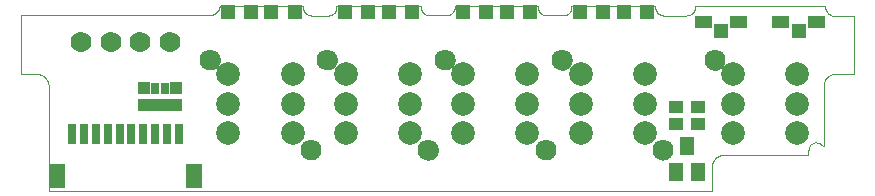
<source format=gts>
G75*
%MOIN*%
%OFA0B0*%
%FSLAX25Y25*%
%IPPOS*%
%LPD*%
%AMOC8*
5,1,8,0,0,1.08239X$1,22.5*
%
%ADD10C,0.00394*%
%ADD11C,0.00000*%
%ADD12C,0.07060*%
%ADD13R,0.05131X0.05131*%
%ADD14R,0.04737X0.04737*%
%ADD15R,0.04343X0.04343*%
%ADD16R,0.03161X0.03161*%
%ADD17R,0.03162X0.06902*%
%ADD18R,0.05524X0.07887*%
%ADD19C,0.06942*%
%ADD20C,0.07887*%
D10*
X0010387Y0007469D02*
X0010387Y0042237D01*
X0010385Y0042365D01*
X0010379Y0042494D01*
X0010370Y0042622D01*
X0010356Y0042749D01*
X0010339Y0042877D01*
X0010317Y0043003D01*
X0010292Y0043129D01*
X0010263Y0043254D01*
X0010231Y0043379D01*
X0010195Y0043502D01*
X0010154Y0043624D01*
X0010111Y0043744D01*
X0010063Y0043864D01*
X0010012Y0043982D01*
X0009958Y0044098D01*
X0009900Y0044213D01*
X0009839Y0044325D01*
X0009774Y0044436D01*
X0009706Y0044545D01*
X0009635Y0044652D01*
X0009560Y0044756D01*
X0009482Y0044859D01*
X0009402Y0044959D01*
X0009318Y0045056D01*
X0009231Y0045151D01*
X0009142Y0045243D01*
X0009050Y0045332D01*
X0008955Y0045419D01*
X0008858Y0045503D01*
X0008758Y0045583D01*
X0008655Y0045661D01*
X0008551Y0045736D01*
X0008444Y0045807D01*
X0008335Y0045875D01*
X0008224Y0045940D01*
X0008112Y0046001D01*
X0007997Y0046059D01*
X0007881Y0046113D01*
X0007763Y0046164D01*
X0007643Y0046212D01*
X0007523Y0046255D01*
X0007401Y0046296D01*
X0007278Y0046332D01*
X0007153Y0046364D01*
X0007028Y0046393D01*
X0006902Y0046418D01*
X0006776Y0046440D01*
X0006648Y0046457D01*
X0006521Y0046471D01*
X0006393Y0046480D01*
X0006264Y0046486D01*
X0006136Y0046488D01*
X0001301Y0046488D01*
X0001301Y0065978D01*
X0063196Y0065978D01*
X0067377Y0068978D02*
X0095163Y0068939D01*
X0095164Y0068940D02*
X0095158Y0068835D01*
X0095157Y0068730D01*
X0095159Y0068625D01*
X0095166Y0068521D01*
X0095176Y0068416D01*
X0095190Y0068312D01*
X0095207Y0068209D01*
X0095229Y0068106D01*
X0095254Y0068004D01*
X0095282Y0067903D01*
X0095315Y0067804D01*
X0095351Y0067705D01*
X0095391Y0067608D01*
X0095434Y0067512D01*
X0095481Y0067418D01*
X0095531Y0067326D01*
X0095584Y0067236D01*
X0095641Y0067148D01*
X0095701Y0067061D01*
X0095764Y0066978D01*
X0095830Y0066896D01*
X0095899Y0066817D01*
X0095970Y0066740D01*
X0096045Y0066667D01*
X0096122Y0066595D01*
X0096202Y0066527D01*
X0096284Y0066462D01*
X0096368Y0066400D01*
X0096455Y0066341D01*
X0096544Y0066285D01*
X0096635Y0066232D01*
X0096727Y0066183D01*
X0096822Y0066137D01*
X0096918Y0066095D01*
X0097015Y0066056D01*
X0097114Y0066021D01*
X0097214Y0065989D01*
X0097315Y0065961D01*
X0097417Y0065937D01*
X0097520Y0065916D01*
X0097624Y0065900D01*
X0097728Y0065887D01*
X0097832Y0065878D01*
X0097832Y0065877D02*
X0103855Y0065877D01*
X0103855Y0065878D02*
X0103955Y0065887D01*
X0104054Y0065901D01*
X0104153Y0065918D01*
X0104251Y0065940D01*
X0104348Y0065965D01*
X0104444Y0065994D01*
X0104539Y0066027D01*
X0104632Y0066063D01*
X0104724Y0066103D01*
X0104814Y0066147D01*
X0104903Y0066194D01*
X0104989Y0066245D01*
X0105074Y0066298D01*
X0105156Y0066356D01*
X0105236Y0066416D01*
X0105314Y0066480D01*
X0105389Y0066546D01*
X0105461Y0066616D01*
X0105531Y0066688D01*
X0105598Y0066763D01*
X0105662Y0066840D01*
X0105722Y0066920D01*
X0105780Y0067002D01*
X0105834Y0067087D01*
X0105885Y0067173D01*
X0105932Y0067261D01*
X0105976Y0067352D01*
X0106016Y0067443D01*
X0106053Y0067537D01*
X0106086Y0067631D01*
X0106115Y0067727D01*
X0106141Y0067824D01*
X0106162Y0067922D01*
X0106180Y0068021D01*
X0106194Y0068120D01*
X0106204Y0068220D01*
X0106210Y0068320D01*
X0106212Y0068420D01*
X0106210Y0068521D01*
X0106204Y0068621D01*
X0106204Y0068620D02*
X0106204Y0068908D01*
X0134475Y0068908D01*
X0134470Y0068804D01*
X0134468Y0068700D01*
X0134470Y0068597D01*
X0134477Y0068493D01*
X0134487Y0068390D01*
X0134501Y0068287D01*
X0134518Y0068184D01*
X0134540Y0068083D01*
X0134565Y0067982D01*
X0134594Y0067883D01*
X0134627Y0067784D01*
X0134664Y0067687D01*
X0134704Y0067591D01*
X0134748Y0067497D01*
X0134795Y0067404D01*
X0134845Y0067314D01*
X0134899Y0067225D01*
X0134956Y0067138D01*
X0135017Y0067054D01*
X0135080Y0066972D01*
X0135147Y0066892D01*
X0135216Y0066815D01*
X0135289Y0066741D01*
X0135364Y0066669D01*
X0135441Y0066600D01*
X0135522Y0066534D01*
X0135604Y0066471D01*
X0135689Y0066411D01*
X0135776Y0066355D01*
X0135865Y0066302D01*
X0135956Y0066252D01*
X0136049Y0066205D01*
X0136144Y0066162D01*
X0136240Y0066123D01*
X0136337Y0066087D01*
X0136436Y0066055D01*
X0136536Y0066027D01*
X0136637Y0066002D01*
X0136738Y0065981D01*
X0136841Y0065964D01*
X0136944Y0065951D01*
X0137047Y0065942D01*
X0137047Y0065941D02*
X0142911Y0065941D01*
X0143018Y0065946D01*
X0143125Y0065955D01*
X0143232Y0065968D01*
X0143339Y0065985D01*
X0143444Y0066006D01*
X0143549Y0066030D01*
X0143653Y0066058D01*
X0143756Y0066090D01*
X0143857Y0066126D01*
X0143957Y0066166D01*
X0144056Y0066209D01*
X0144153Y0066256D01*
X0144248Y0066306D01*
X0144341Y0066360D01*
X0144433Y0066417D01*
X0144522Y0066477D01*
X0144609Y0066540D01*
X0144693Y0066607D01*
X0144775Y0066677D01*
X0144855Y0066749D01*
X0144931Y0066825D01*
X0145005Y0066903D01*
X0145076Y0066984D01*
X0145144Y0067068D01*
X0145209Y0067154D01*
X0145271Y0067242D01*
X0145329Y0067332D01*
X0145385Y0067425D01*
X0145436Y0067519D01*
X0145484Y0067615D01*
X0145529Y0067713D01*
X0145570Y0067813D01*
X0145608Y0067914D01*
X0145641Y0068016D01*
X0145671Y0068119D01*
X0145697Y0068224D01*
X0145720Y0068329D01*
X0145738Y0068435D01*
X0145753Y0068542D01*
X0145763Y0068649D01*
X0145770Y0068756D01*
X0145773Y0068864D01*
X0145772Y0068972D01*
X0145772Y0068971D02*
X0145772Y0069003D01*
X0152987Y0069003D01*
X0173476Y0069006D01*
X0173470Y0068899D01*
X0173469Y0068792D01*
X0173472Y0068685D01*
X0173478Y0068578D01*
X0173489Y0068471D01*
X0173503Y0068365D01*
X0173521Y0068260D01*
X0173543Y0068155D01*
X0173569Y0068051D01*
X0173598Y0067948D01*
X0173632Y0067846D01*
X0173669Y0067746D01*
X0173709Y0067646D01*
X0173754Y0067549D01*
X0173801Y0067453D01*
X0173853Y0067359D01*
X0173907Y0067267D01*
X0173965Y0067177D01*
X0174026Y0067089D01*
X0174091Y0067003D01*
X0174158Y0066920D01*
X0174229Y0066840D01*
X0174302Y0066762D01*
X0174378Y0066686D01*
X0174457Y0066614D01*
X0174539Y0066544D01*
X0174623Y0066478D01*
X0174709Y0066414D01*
X0174798Y0066354D01*
X0174888Y0066297D01*
X0174981Y0066244D01*
X0175076Y0066194D01*
X0175172Y0066147D01*
X0175270Y0066104D01*
X0175370Y0066064D01*
X0175471Y0066029D01*
X0175573Y0065996D01*
X0175676Y0065968D01*
X0175780Y0065943D01*
X0175885Y0065923D01*
X0175991Y0065906D01*
X0176097Y0065893D01*
X0176204Y0065884D01*
X0182026Y0065884D01*
X0182131Y0065893D01*
X0182236Y0065906D01*
X0182340Y0065924D01*
X0182443Y0065945D01*
X0182546Y0065970D01*
X0182647Y0065998D01*
X0182747Y0066031D01*
X0182847Y0066067D01*
X0182944Y0066107D01*
X0183040Y0066150D01*
X0183135Y0066197D01*
X0183227Y0066248D01*
X0183318Y0066302D01*
X0183407Y0066359D01*
X0183493Y0066420D01*
X0183577Y0066484D01*
X0183658Y0066551D01*
X0183737Y0066621D01*
X0183814Y0066693D01*
X0183887Y0066769D01*
X0183958Y0066847D01*
X0184026Y0066928D01*
X0184090Y0067012D01*
X0184152Y0067097D01*
X0184210Y0067185D01*
X0184265Y0067275D01*
X0184317Y0067367D01*
X0184365Y0067461D01*
X0184409Y0067557D01*
X0184450Y0067654D01*
X0184487Y0067753D01*
X0184521Y0067853D01*
X0184550Y0067954D01*
X0184576Y0068057D01*
X0184598Y0068160D01*
X0184616Y0068264D01*
X0184631Y0068368D01*
X0184641Y0068473D01*
X0184647Y0068579D01*
X0184650Y0068684D01*
X0184649Y0068789D01*
X0184643Y0068895D01*
X0184644Y0068895D02*
X0184644Y0068908D01*
X0212592Y0068908D01*
X0212587Y0068804D01*
X0212585Y0068701D01*
X0212587Y0068597D01*
X0212593Y0068493D01*
X0212603Y0068390D01*
X0212617Y0068287D01*
X0212634Y0068185D01*
X0212655Y0068083D01*
X0212680Y0067983D01*
X0212708Y0067883D01*
X0212741Y0067784D01*
X0212776Y0067687D01*
X0212815Y0067591D01*
X0212858Y0067496D01*
X0212904Y0067403D01*
X0212954Y0067312D01*
X0213006Y0067223D01*
X0213062Y0067135D01*
X0213121Y0067050D01*
X0213184Y0066967D01*
X0213249Y0066886D01*
X0213317Y0066808D01*
X0213388Y0066732D01*
X0213461Y0066659D01*
X0213538Y0066589D01*
X0213616Y0066521D01*
X0213698Y0066457D01*
X0213781Y0066395D01*
X0213867Y0066337D01*
X0213954Y0066281D01*
X0214044Y0066229D01*
X0214136Y0066180D01*
X0214229Y0066135D01*
X0214324Y0066093D01*
X0214420Y0066055D01*
X0214518Y0066020D01*
X0214617Y0065988D01*
X0214717Y0065961D01*
X0214818Y0065937D01*
X0214919Y0065916D01*
X0215022Y0065900D01*
X0215125Y0065887D01*
X0215228Y0065878D01*
X0215228Y0065877D02*
X0222977Y0065877D01*
X0223082Y0065879D01*
X0223188Y0065885D01*
X0223293Y0065894D01*
X0223397Y0065908D01*
X0223502Y0065925D01*
X0223605Y0065946D01*
X0223707Y0065971D01*
X0223809Y0065999D01*
X0223909Y0066032D01*
X0224009Y0066068D01*
X0224107Y0066107D01*
X0224203Y0066150D01*
X0224298Y0066197D01*
X0224390Y0066247D01*
X0224481Y0066300D01*
X0224571Y0066356D01*
X0224657Y0066416D01*
X0224742Y0066479D01*
X0224824Y0066545D01*
X0224904Y0066614D01*
X0224981Y0066686D01*
X0225056Y0066761D01*
X0225128Y0066838D01*
X0225197Y0066918D01*
X0225263Y0067000D01*
X0225326Y0067085D01*
X0225386Y0067171D01*
X0225442Y0067261D01*
X0225495Y0067352D01*
X0225545Y0067444D01*
X0225592Y0067539D01*
X0225635Y0067635D01*
X0225674Y0067733D01*
X0225710Y0067833D01*
X0225743Y0067933D01*
X0225771Y0068035D01*
X0225796Y0068137D01*
X0225817Y0068240D01*
X0225834Y0068345D01*
X0225848Y0068449D01*
X0225857Y0068554D01*
X0225863Y0068660D01*
X0225865Y0068765D01*
X0225865Y0068879D01*
X0269207Y0068879D01*
X0269208Y0068879D02*
X0269216Y0068764D01*
X0269228Y0068649D01*
X0269245Y0068534D01*
X0269265Y0068420D01*
X0269289Y0068307D01*
X0269316Y0068194D01*
X0269347Y0068083D01*
X0269382Y0067972D01*
X0269421Y0067863D01*
X0269464Y0067756D01*
X0269509Y0067649D01*
X0269559Y0067545D01*
X0269612Y0067442D01*
X0269668Y0067341D01*
X0269728Y0067241D01*
X0269791Y0067144D01*
X0269857Y0067049D01*
X0269926Y0066956D01*
X0269998Y0066866D01*
X0270074Y0066778D01*
X0270152Y0066693D01*
X0270233Y0066610D01*
X0270317Y0066530D01*
X0270403Y0066453D01*
X0270492Y0066379D01*
X0270583Y0066308D01*
X0270677Y0066240D01*
X0270773Y0066175D01*
X0270871Y0066113D01*
X0270971Y0066055D01*
X0271073Y0066000D01*
X0271177Y0065949D01*
X0271282Y0065901D01*
X0271389Y0065856D01*
X0271497Y0065815D01*
X0271607Y0065778D01*
X0271717Y0065744D01*
X0271829Y0065715D01*
X0271942Y0065688D01*
X0272056Y0065666D01*
X0272170Y0065648D01*
X0272285Y0065633D01*
X0272400Y0065622D01*
X0272516Y0065615D01*
X0272631Y0065612D01*
X0272747Y0065613D01*
X0272863Y0065618D01*
X0272862Y0065617D02*
X0278684Y0065617D01*
X0278684Y0046459D01*
X0272637Y0046459D01*
X0272516Y0046457D01*
X0272395Y0046451D01*
X0272274Y0046442D01*
X0272153Y0046429D01*
X0272033Y0046411D01*
X0271914Y0046391D01*
X0271795Y0046366D01*
X0271677Y0046338D01*
X0271560Y0046306D01*
X0271445Y0046270D01*
X0271330Y0046231D01*
X0271216Y0046188D01*
X0271104Y0046142D01*
X0270994Y0046092D01*
X0270885Y0046038D01*
X0270778Y0045982D01*
X0270673Y0045922D01*
X0270569Y0045858D01*
X0270468Y0045792D01*
X0270369Y0045722D01*
X0270272Y0045649D01*
X0270177Y0045573D01*
X0270085Y0045495D01*
X0269995Y0045413D01*
X0269908Y0045329D01*
X0269824Y0045242D01*
X0269742Y0045152D01*
X0269664Y0045060D01*
X0269588Y0044965D01*
X0269515Y0044868D01*
X0269445Y0044769D01*
X0269379Y0044668D01*
X0269315Y0044564D01*
X0269255Y0044459D01*
X0269199Y0044352D01*
X0269145Y0044243D01*
X0269095Y0044133D01*
X0269049Y0044021D01*
X0269006Y0043907D01*
X0268967Y0043792D01*
X0268931Y0043677D01*
X0268899Y0043560D01*
X0268871Y0043442D01*
X0268846Y0043323D01*
X0268826Y0043204D01*
X0268808Y0043084D01*
X0268795Y0042963D01*
X0268786Y0042842D01*
X0268780Y0042721D01*
X0268778Y0042600D01*
X0268778Y0022569D01*
X0268777Y0022569D02*
X0268775Y0022538D01*
X0268770Y0022508D01*
X0268762Y0022478D01*
X0268750Y0022450D01*
X0268735Y0022423D01*
X0268717Y0022398D01*
X0268696Y0022375D01*
X0268673Y0022354D01*
X0268648Y0022336D01*
X0268621Y0022321D01*
X0268593Y0022309D01*
X0268563Y0022301D01*
X0268533Y0022296D01*
X0268502Y0022294D01*
X0268502Y0022293D02*
X0268124Y0022671D01*
X0267597Y0023092D01*
X0267339Y0023259D01*
X0267191Y0023332D01*
X0266914Y0023462D01*
X0266582Y0023517D01*
X0266287Y0023591D01*
X0265955Y0023572D01*
X0265531Y0023498D01*
X0265180Y0023332D01*
X0264811Y0023111D01*
X0264516Y0022890D01*
X0264276Y0022687D01*
X0264055Y0022410D01*
X0263926Y0022151D01*
X0263797Y0021930D01*
X0263723Y0021653D01*
X0263668Y0021376D01*
X0263594Y0020823D01*
X0263612Y0020491D01*
X0263575Y0019993D01*
X0263575Y0019461D01*
X0235535Y0019461D01*
X0235535Y0019462D02*
X0235409Y0019460D01*
X0235283Y0019454D01*
X0235157Y0019445D01*
X0235032Y0019431D01*
X0234907Y0019414D01*
X0234783Y0019392D01*
X0234659Y0019367D01*
X0234537Y0019338D01*
X0234415Y0019306D01*
X0234294Y0019269D01*
X0234175Y0019229D01*
X0234056Y0019186D01*
X0233940Y0019138D01*
X0233824Y0019087D01*
X0233711Y0019033D01*
X0233599Y0018975D01*
X0233489Y0018914D01*
X0233380Y0018849D01*
X0233274Y0018781D01*
X0233170Y0018710D01*
X0233068Y0018635D01*
X0232969Y0018558D01*
X0232872Y0018477D01*
X0232778Y0018394D01*
X0232686Y0018307D01*
X0232597Y0018218D01*
X0232510Y0018126D01*
X0232427Y0018032D01*
X0232346Y0017935D01*
X0232269Y0017836D01*
X0232194Y0017734D01*
X0232123Y0017630D01*
X0232055Y0017524D01*
X0231990Y0017416D01*
X0231929Y0017305D01*
X0231871Y0017193D01*
X0231817Y0017080D01*
X0231766Y0016964D01*
X0231718Y0016848D01*
X0231675Y0016729D01*
X0231635Y0016610D01*
X0231598Y0016489D01*
X0231566Y0016367D01*
X0231537Y0016245D01*
X0231512Y0016121D01*
X0231490Y0015997D01*
X0231473Y0015872D01*
X0231459Y0015747D01*
X0231450Y0015621D01*
X0231444Y0015495D01*
X0231442Y0015369D01*
X0231443Y0015369D02*
X0231443Y0007469D01*
X0010387Y0007469D01*
X0063195Y0065977D02*
X0063313Y0065960D01*
X0063432Y0065946D01*
X0063550Y0065937D01*
X0063669Y0065931D01*
X0063788Y0065929D01*
X0063907Y0065931D01*
X0064026Y0065937D01*
X0064145Y0065947D01*
X0064263Y0065960D01*
X0064381Y0065978D01*
X0064498Y0065999D01*
X0064614Y0066025D01*
X0064730Y0066054D01*
X0064844Y0066086D01*
X0064958Y0066123D01*
X0065070Y0066163D01*
X0065181Y0066207D01*
X0065290Y0066254D01*
X0065397Y0066305D01*
X0065503Y0066360D01*
X0065607Y0066418D01*
X0065710Y0066479D01*
X0065810Y0066544D01*
X0065907Y0066611D01*
X0066003Y0066682D01*
X0066096Y0066756D01*
X0066187Y0066834D01*
X0066275Y0066914D01*
X0066361Y0066996D01*
X0066443Y0067082D01*
X0066523Y0067170D01*
X0066600Y0067261D01*
X0066674Y0067354D01*
X0066745Y0067450D01*
X0066813Y0067548D01*
X0066877Y0067648D01*
X0066939Y0067750D01*
X0066996Y0067855D01*
X0067051Y0067961D01*
X0067102Y0068068D01*
X0067149Y0068177D01*
X0067193Y0068288D01*
X0067233Y0068400D01*
X0067269Y0068514D01*
X0067302Y0068628D01*
X0067330Y0068744D01*
X0067356Y0068860D01*
X0067377Y0068977D01*
D11*
X0061160Y0051047D02*
X0061162Y0051159D01*
X0061168Y0051270D01*
X0061178Y0051382D01*
X0061192Y0051492D01*
X0061210Y0051603D01*
X0061232Y0051712D01*
X0061257Y0051821D01*
X0061287Y0051929D01*
X0061320Y0052035D01*
X0061357Y0052141D01*
X0061398Y0052245D01*
X0061443Y0052347D01*
X0061491Y0052448D01*
X0061543Y0052547D01*
X0061598Y0052644D01*
X0061657Y0052739D01*
X0061719Y0052832D01*
X0061784Y0052923D01*
X0061853Y0053011D01*
X0061925Y0053097D01*
X0061999Y0053180D01*
X0062077Y0053260D01*
X0062157Y0053338D01*
X0062240Y0053412D01*
X0062326Y0053484D01*
X0062414Y0053553D01*
X0062505Y0053618D01*
X0062598Y0053680D01*
X0062693Y0053739D01*
X0062790Y0053794D01*
X0062889Y0053846D01*
X0062990Y0053894D01*
X0063092Y0053939D01*
X0063196Y0053980D01*
X0063302Y0054017D01*
X0063408Y0054050D01*
X0063516Y0054080D01*
X0063625Y0054105D01*
X0063734Y0054127D01*
X0063845Y0054145D01*
X0063955Y0054159D01*
X0064067Y0054169D01*
X0064178Y0054175D01*
X0064290Y0054177D01*
X0064402Y0054175D01*
X0064513Y0054169D01*
X0064625Y0054159D01*
X0064735Y0054145D01*
X0064846Y0054127D01*
X0064955Y0054105D01*
X0065064Y0054080D01*
X0065172Y0054050D01*
X0065278Y0054017D01*
X0065384Y0053980D01*
X0065488Y0053939D01*
X0065590Y0053894D01*
X0065691Y0053846D01*
X0065790Y0053794D01*
X0065887Y0053739D01*
X0065982Y0053680D01*
X0066075Y0053618D01*
X0066166Y0053553D01*
X0066254Y0053484D01*
X0066340Y0053412D01*
X0066423Y0053338D01*
X0066503Y0053260D01*
X0066581Y0053180D01*
X0066655Y0053097D01*
X0066727Y0053011D01*
X0066796Y0052923D01*
X0066861Y0052832D01*
X0066923Y0052739D01*
X0066982Y0052644D01*
X0067037Y0052547D01*
X0067089Y0052448D01*
X0067137Y0052347D01*
X0067182Y0052245D01*
X0067223Y0052141D01*
X0067260Y0052035D01*
X0067293Y0051929D01*
X0067323Y0051821D01*
X0067348Y0051712D01*
X0067370Y0051603D01*
X0067388Y0051492D01*
X0067402Y0051382D01*
X0067412Y0051270D01*
X0067418Y0051159D01*
X0067420Y0051047D01*
X0067418Y0050935D01*
X0067412Y0050824D01*
X0067402Y0050712D01*
X0067388Y0050602D01*
X0067370Y0050491D01*
X0067348Y0050382D01*
X0067323Y0050273D01*
X0067293Y0050165D01*
X0067260Y0050059D01*
X0067223Y0049953D01*
X0067182Y0049849D01*
X0067137Y0049747D01*
X0067089Y0049646D01*
X0067037Y0049547D01*
X0066982Y0049450D01*
X0066923Y0049355D01*
X0066861Y0049262D01*
X0066796Y0049171D01*
X0066727Y0049083D01*
X0066655Y0048997D01*
X0066581Y0048914D01*
X0066503Y0048834D01*
X0066423Y0048756D01*
X0066340Y0048682D01*
X0066254Y0048610D01*
X0066166Y0048541D01*
X0066075Y0048476D01*
X0065982Y0048414D01*
X0065887Y0048355D01*
X0065790Y0048300D01*
X0065691Y0048248D01*
X0065590Y0048200D01*
X0065488Y0048155D01*
X0065384Y0048114D01*
X0065278Y0048077D01*
X0065172Y0048044D01*
X0065064Y0048014D01*
X0064955Y0047989D01*
X0064846Y0047967D01*
X0064735Y0047949D01*
X0064625Y0047935D01*
X0064513Y0047925D01*
X0064402Y0047919D01*
X0064290Y0047917D01*
X0064178Y0047919D01*
X0064067Y0047925D01*
X0063955Y0047935D01*
X0063845Y0047949D01*
X0063734Y0047967D01*
X0063625Y0047989D01*
X0063516Y0048014D01*
X0063408Y0048044D01*
X0063302Y0048077D01*
X0063196Y0048114D01*
X0063092Y0048155D01*
X0062990Y0048200D01*
X0062889Y0048248D01*
X0062790Y0048300D01*
X0062693Y0048355D01*
X0062598Y0048414D01*
X0062505Y0048476D01*
X0062414Y0048541D01*
X0062326Y0048610D01*
X0062240Y0048682D01*
X0062157Y0048756D01*
X0062077Y0048834D01*
X0061999Y0048914D01*
X0061925Y0048997D01*
X0061853Y0049083D01*
X0061784Y0049171D01*
X0061719Y0049262D01*
X0061657Y0049355D01*
X0061598Y0049450D01*
X0061543Y0049547D01*
X0061491Y0049646D01*
X0061443Y0049747D01*
X0061398Y0049849D01*
X0061357Y0049953D01*
X0061320Y0050059D01*
X0061287Y0050165D01*
X0061257Y0050273D01*
X0061232Y0050382D01*
X0061210Y0050491D01*
X0061192Y0050602D01*
X0061178Y0050712D01*
X0061168Y0050824D01*
X0061162Y0050935D01*
X0061160Y0051047D01*
X0100154Y0051073D02*
X0100156Y0051185D01*
X0100162Y0051296D01*
X0100172Y0051408D01*
X0100186Y0051518D01*
X0100204Y0051629D01*
X0100226Y0051738D01*
X0100251Y0051847D01*
X0100281Y0051955D01*
X0100314Y0052061D01*
X0100351Y0052167D01*
X0100392Y0052271D01*
X0100437Y0052373D01*
X0100485Y0052474D01*
X0100537Y0052573D01*
X0100592Y0052670D01*
X0100651Y0052765D01*
X0100713Y0052858D01*
X0100778Y0052949D01*
X0100847Y0053037D01*
X0100919Y0053123D01*
X0100993Y0053206D01*
X0101071Y0053286D01*
X0101151Y0053364D01*
X0101234Y0053438D01*
X0101320Y0053510D01*
X0101408Y0053579D01*
X0101499Y0053644D01*
X0101592Y0053706D01*
X0101687Y0053765D01*
X0101784Y0053820D01*
X0101883Y0053872D01*
X0101984Y0053920D01*
X0102086Y0053965D01*
X0102190Y0054006D01*
X0102296Y0054043D01*
X0102402Y0054076D01*
X0102510Y0054106D01*
X0102619Y0054131D01*
X0102728Y0054153D01*
X0102839Y0054171D01*
X0102949Y0054185D01*
X0103061Y0054195D01*
X0103172Y0054201D01*
X0103284Y0054203D01*
X0103396Y0054201D01*
X0103507Y0054195D01*
X0103619Y0054185D01*
X0103729Y0054171D01*
X0103840Y0054153D01*
X0103949Y0054131D01*
X0104058Y0054106D01*
X0104166Y0054076D01*
X0104272Y0054043D01*
X0104378Y0054006D01*
X0104482Y0053965D01*
X0104584Y0053920D01*
X0104685Y0053872D01*
X0104784Y0053820D01*
X0104881Y0053765D01*
X0104976Y0053706D01*
X0105069Y0053644D01*
X0105160Y0053579D01*
X0105248Y0053510D01*
X0105334Y0053438D01*
X0105417Y0053364D01*
X0105497Y0053286D01*
X0105575Y0053206D01*
X0105649Y0053123D01*
X0105721Y0053037D01*
X0105790Y0052949D01*
X0105855Y0052858D01*
X0105917Y0052765D01*
X0105976Y0052670D01*
X0106031Y0052573D01*
X0106083Y0052474D01*
X0106131Y0052373D01*
X0106176Y0052271D01*
X0106217Y0052167D01*
X0106254Y0052061D01*
X0106287Y0051955D01*
X0106317Y0051847D01*
X0106342Y0051738D01*
X0106364Y0051629D01*
X0106382Y0051518D01*
X0106396Y0051408D01*
X0106406Y0051296D01*
X0106412Y0051185D01*
X0106414Y0051073D01*
X0106412Y0050961D01*
X0106406Y0050850D01*
X0106396Y0050738D01*
X0106382Y0050628D01*
X0106364Y0050517D01*
X0106342Y0050408D01*
X0106317Y0050299D01*
X0106287Y0050191D01*
X0106254Y0050085D01*
X0106217Y0049979D01*
X0106176Y0049875D01*
X0106131Y0049773D01*
X0106083Y0049672D01*
X0106031Y0049573D01*
X0105976Y0049476D01*
X0105917Y0049381D01*
X0105855Y0049288D01*
X0105790Y0049197D01*
X0105721Y0049109D01*
X0105649Y0049023D01*
X0105575Y0048940D01*
X0105497Y0048860D01*
X0105417Y0048782D01*
X0105334Y0048708D01*
X0105248Y0048636D01*
X0105160Y0048567D01*
X0105069Y0048502D01*
X0104976Y0048440D01*
X0104881Y0048381D01*
X0104784Y0048326D01*
X0104685Y0048274D01*
X0104584Y0048226D01*
X0104482Y0048181D01*
X0104378Y0048140D01*
X0104272Y0048103D01*
X0104166Y0048070D01*
X0104058Y0048040D01*
X0103949Y0048015D01*
X0103840Y0047993D01*
X0103729Y0047975D01*
X0103619Y0047961D01*
X0103507Y0047951D01*
X0103396Y0047945D01*
X0103284Y0047943D01*
X0103172Y0047945D01*
X0103061Y0047951D01*
X0102949Y0047961D01*
X0102839Y0047975D01*
X0102728Y0047993D01*
X0102619Y0048015D01*
X0102510Y0048040D01*
X0102402Y0048070D01*
X0102296Y0048103D01*
X0102190Y0048140D01*
X0102086Y0048181D01*
X0101984Y0048226D01*
X0101883Y0048274D01*
X0101784Y0048326D01*
X0101687Y0048381D01*
X0101592Y0048440D01*
X0101499Y0048502D01*
X0101408Y0048567D01*
X0101320Y0048636D01*
X0101234Y0048708D01*
X0101151Y0048782D01*
X0101071Y0048860D01*
X0100993Y0048940D01*
X0100919Y0049023D01*
X0100847Y0049109D01*
X0100778Y0049197D01*
X0100713Y0049288D01*
X0100651Y0049381D01*
X0100592Y0049476D01*
X0100537Y0049573D01*
X0100485Y0049672D01*
X0100437Y0049773D01*
X0100392Y0049875D01*
X0100351Y0049979D01*
X0100314Y0050085D01*
X0100281Y0050191D01*
X0100251Y0050299D01*
X0100226Y0050408D01*
X0100204Y0050517D01*
X0100186Y0050628D01*
X0100172Y0050738D01*
X0100162Y0050850D01*
X0100156Y0050961D01*
X0100154Y0051073D01*
X0139408Y0051056D02*
X0139410Y0051168D01*
X0139416Y0051279D01*
X0139426Y0051391D01*
X0139440Y0051501D01*
X0139458Y0051612D01*
X0139480Y0051721D01*
X0139505Y0051830D01*
X0139535Y0051938D01*
X0139568Y0052044D01*
X0139605Y0052150D01*
X0139646Y0052254D01*
X0139691Y0052356D01*
X0139739Y0052457D01*
X0139791Y0052556D01*
X0139846Y0052653D01*
X0139905Y0052748D01*
X0139967Y0052841D01*
X0140032Y0052932D01*
X0140101Y0053020D01*
X0140173Y0053106D01*
X0140247Y0053189D01*
X0140325Y0053269D01*
X0140405Y0053347D01*
X0140488Y0053421D01*
X0140574Y0053493D01*
X0140662Y0053562D01*
X0140753Y0053627D01*
X0140846Y0053689D01*
X0140941Y0053748D01*
X0141038Y0053803D01*
X0141137Y0053855D01*
X0141238Y0053903D01*
X0141340Y0053948D01*
X0141444Y0053989D01*
X0141550Y0054026D01*
X0141656Y0054059D01*
X0141764Y0054089D01*
X0141873Y0054114D01*
X0141982Y0054136D01*
X0142093Y0054154D01*
X0142203Y0054168D01*
X0142315Y0054178D01*
X0142426Y0054184D01*
X0142538Y0054186D01*
X0142650Y0054184D01*
X0142761Y0054178D01*
X0142873Y0054168D01*
X0142983Y0054154D01*
X0143094Y0054136D01*
X0143203Y0054114D01*
X0143312Y0054089D01*
X0143420Y0054059D01*
X0143526Y0054026D01*
X0143632Y0053989D01*
X0143736Y0053948D01*
X0143838Y0053903D01*
X0143939Y0053855D01*
X0144038Y0053803D01*
X0144135Y0053748D01*
X0144230Y0053689D01*
X0144323Y0053627D01*
X0144414Y0053562D01*
X0144502Y0053493D01*
X0144588Y0053421D01*
X0144671Y0053347D01*
X0144751Y0053269D01*
X0144829Y0053189D01*
X0144903Y0053106D01*
X0144975Y0053020D01*
X0145044Y0052932D01*
X0145109Y0052841D01*
X0145171Y0052748D01*
X0145230Y0052653D01*
X0145285Y0052556D01*
X0145337Y0052457D01*
X0145385Y0052356D01*
X0145430Y0052254D01*
X0145471Y0052150D01*
X0145508Y0052044D01*
X0145541Y0051938D01*
X0145571Y0051830D01*
X0145596Y0051721D01*
X0145618Y0051612D01*
X0145636Y0051501D01*
X0145650Y0051391D01*
X0145660Y0051279D01*
X0145666Y0051168D01*
X0145668Y0051056D01*
X0145666Y0050944D01*
X0145660Y0050833D01*
X0145650Y0050721D01*
X0145636Y0050611D01*
X0145618Y0050500D01*
X0145596Y0050391D01*
X0145571Y0050282D01*
X0145541Y0050174D01*
X0145508Y0050068D01*
X0145471Y0049962D01*
X0145430Y0049858D01*
X0145385Y0049756D01*
X0145337Y0049655D01*
X0145285Y0049556D01*
X0145230Y0049459D01*
X0145171Y0049364D01*
X0145109Y0049271D01*
X0145044Y0049180D01*
X0144975Y0049092D01*
X0144903Y0049006D01*
X0144829Y0048923D01*
X0144751Y0048843D01*
X0144671Y0048765D01*
X0144588Y0048691D01*
X0144502Y0048619D01*
X0144414Y0048550D01*
X0144323Y0048485D01*
X0144230Y0048423D01*
X0144135Y0048364D01*
X0144038Y0048309D01*
X0143939Y0048257D01*
X0143838Y0048209D01*
X0143736Y0048164D01*
X0143632Y0048123D01*
X0143526Y0048086D01*
X0143420Y0048053D01*
X0143312Y0048023D01*
X0143203Y0047998D01*
X0143094Y0047976D01*
X0142983Y0047958D01*
X0142873Y0047944D01*
X0142761Y0047934D01*
X0142650Y0047928D01*
X0142538Y0047926D01*
X0142426Y0047928D01*
X0142315Y0047934D01*
X0142203Y0047944D01*
X0142093Y0047958D01*
X0141982Y0047976D01*
X0141873Y0047998D01*
X0141764Y0048023D01*
X0141656Y0048053D01*
X0141550Y0048086D01*
X0141444Y0048123D01*
X0141340Y0048164D01*
X0141238Y0048209D01*
X0141137Y0048257D01*
X0141038Y0048309D01*
X0140941Y0048364D01*
X0140846Y0048423D01*
X0140753Y0048485D01*
X0140662Y0048550D01*
X0140574Y0048619D01*
X0140488Y0048691D01*
X0140405Y0048765D01*
X0140325Y0048843D01*
X0140247Y0048923D01*
X0140173Y0049006D01*
X0140101Y0049092D01*
X0140032Y0049180D01*
X0139967Y0049271D01*
X0139905Y0049364D01*
X0139846Y0049459D01*
X0139791Y0049556D01*
X0139739Y0049655D01*
X0139691Y0049756D01*
X0139646Y0049858D01*
X0139605Y0049962D01*
X0139568Y0050068D01*
X0139535Y0050174D01*
X0139505Y0050282D01*
X0139480Y0050391D01*
X0139458Y0050500D01*
X0139440Y0050611D01*
X0139426Y0050721D01*
X0139416Y0050833D01*
X0139410Y0050944D01*
X0139408Y0051056D01*
X0178417Y0050976D02*
X0178419Y0051088D01*
X0178425Y0051199D01*
X0178435Y0051311D01*
X0178449Y0051421D01*
X0178467Y0051532D01*
X0178489Y0051641D01*
X0178514Y0051750D01*
X0178544Y0051858D01*
X0178577Y0051964D01*
X0178614Y0052070D01*
X0178655Y0052174D01*
X0178700Y0052276D01*
X0178748Y0052377D01*
X0178800Y0052476D01*
X0178855Y0052573D01*
X0178914Y0052668D01*
X0178976Y0052761D01*
X0179041Y0052852D01*
X0179110Y0052940D01*
X0179182Y0053026D01*
X0179256Y0053109D01*
X0179334Y0053189D01*
X0179414Y0053267D01*
X0179497Y0053341D01*
X0179583Y0053413D01*
X0179671Y0053482D01*
X0179762Y0053547D01*
X0179855Y0053609D01*
X0179950Y0053668D01*
X0180047Y0053723D01*
X0180146Y0053775D01*
X0180247Y0053823D01*
X0180349Y0053868D01*
X0180453Y0053909D01*
X0180559Y0053946D01*
X0180665Y0053979D01*
X0180773Y0054009D01*
X0180882Y0054034D01*
X0180991Y0054056D01*
X0181102Y0054074D01*
X0181212Y0054088D01*
X0181324Y0054098D01*
X0181435Y0054104D01*
X0181547Y0054106D01*
X0181659Y0054104D01*
X0181770Y0054098D01*
X0181882Y0054088D01*
X0181992Y0054074D01*
X0182103Y0054056D01*
X0182212Y0054034D01*
X0182321Y0054009D01*
X0182429Y0053979D01*
X0182535Y0053946D01*
X0182641Y0053909D01*
X0182745Y0053868D01*
X0182847Y0053823D01*
X0182948Y0053775D01*
X0183047Y0053723D01*
X0183144Y0053668D01*
X0183239Y0053609D01*
X0183332Y0053547D01*
X0183423Y0053482D01*
X0183511Y0053413D01*
X0183597Y0053341D01*
X0183680Y0053267D01*
X0183760Y0053189D01*
X0183838Y0053109D01*
X0183912Y0053026D01*
X0183984Y0052940D01*
X0184053Y0052852D01*
X0184118Y0052761D01*
X0184180Y0052668D01*
X0184239Y0052573D01*
X0184294Y0052476D01*
X0184346Y0052377D01*
X0184394Y0052276D01*
X0184439Y0052174D01*
X0184480Y0052070D01*
X0184517Y0051964D01*
X0184550Y0051858D01*
X0184580Y0051750D01*
X0184605Y0051641D01*
X0184627Y0051532D01*
X0184645Y0051421D01*
X0184659Y0051311D01*
X0184669Y0051199D01*
X0184675Y0051088D01*
X0184677Y0050976D01*
X0184675Y0050864D01*
X0184669Y0050753D01*
X0184659Y0050641D01*
X0184645Y0050531D01*
X0184627Y0050420D01*
X0184605Y0050311D01*
X0184580Y0050202D01*
X0184550Y0050094D01*
X0184517Y0049988D01*
X0184480Y0049882D01*
X0184439Y0049778D01*
X0184394Y0049676D01*
X0184346Y0049575D01*
X0184294Y0049476D01*
X0184239Y0049379D01*
X0184180Y0049284D01*
X0184118Y0049191D01*
X0184053Y0049100D01*
X0183984Y0049012D01*
X0183912Y0048926D01*
X0183838Y0048843D01*
X0183760Y0048763D01*
X0183680Y0048685D01*
X0183597Y0048611D01*
X0183511Y0048539D01*
X0183423Y0048470D01*
X0183332Y0048405D01*
X0183239Y0048343D01*
X0183144Y0048284D01*
X0183047Y0048229D01*
X0182948Y0048177D01*
X0182847Y0048129D01*
X0182745Y0048084D01*
X0182641Y0048043D01*
X0182535Y0048006D01*
X0182429Y0047973D01*
X0182321Y0047943D01*
X0182212Y0047918D01*
X0182103Y0047896D01*
X0181992Y0047878D01*
X0181882Y0047864D01*
X0181770Y0047854D01*
X0181659Y0047848D01*
X0181547Y0047846D01*
X0181435Y0047848D01*
X0181324Y0047854D01*
X0181212Y0047864D01*
X0181102Y0047878D01*
X0180991Y0047896D01*
X0180882Y0047918D01*
X0180773Y0047943D01*
X0180665Y0047973D01*
X0180559Y0048006D01*
X0180453Y0048043D01*
X0180349Y0048084D01*
X0180247Y0048129D01*
X0180146Y0048177D01*
X0180047Y0048229D01*
X0179950Y0048284D01*
X0179855Y0048343D01*
X0179762Y0048405D01*
X0179671Y0048470D01*
X0179583Y0048539D01*
X0179497Y0048611D01*
X0179414Y0048685D01*
X0179334Y0048763D01*
X0179256Y0048843D01*
X0179182Y0048926D01*
X0179110Y0049012D01*
X0179041Y0049100D01*
X0178976Y0049191D01*
X0178914Y0049284D01*
X0178855Y0049379D01*
X0178800Y0049476D01*
X0178748Y0049575D01*
X0178700Y0049676D01*
X0178655Y0049778D01*
X0178614Y0049882D01*
X0178577Y0049988D01*
X0178544Y0050094D01*
X0178514Y0050202D01*
X0178489Y0050311D01*
X0178467Y0050420D01*
X0178449Y0050531D01*
X0178435Y0050641D01*
X0178425Y0050753D01*
X0178419Y0050864D01*
X0178417Y0050976D01*
X0229346Y0050944D02*
X0229348Y0051056D01*
X0229354Y0051167D01*
X0229364Y0051279D01*
X0229378Y0051389D01*
X0229396Y0051500D01*
X0229418Y0051609D01*
X0229443Y0051718D01*
X0229473Y0051826D01*
X0229506Y0051932D01*
X0229543Y0052038D01*
X0229584Y0052142D01*
X0229629Y0052244D01*
X0229677Y0052345D01*
X0229729Y0052444D01*
X0229784Y0052541D01*
X0229843Y0052636D01*
X0229905Y0052729D01*
X0229970Y0052820D01*
X0230039Y0052908D01*
X0230111Y0052994D01*
X0230185Y0053077D01*
X0230263Y0053157D01*
X0230343Y0053235D01*
X0230426Y0053309D01*
X0230512Y0053381D01*
X0230600Y0053450D01*
X0230691Y0053515D01*
X0230784Y0053577D01*
X0230879Y0053636D01*
X0230976Y0053691D01*
X0231075Y0053743D01*
X0231176Y0053791D01*
X0231278Y0053836D01*
X0231382Y0053877D01*
X0231488Y0053914D01*
X0231594Y0053947D01*
X0231702Y0053977D01*
X0231811Y0054002D01*
X0231920Y0054024D01*
X0232031Y0054042D01*
X0232141Y0054056D01*
X0232253Y0054066D01*
X0232364Y0054072D01*
X0232476Y0054074D01*
X0232588Y0054072D01*
X0232699Y0054066D01*
X0232811Y0054056D01*
X0232921Y0054042D01*
X0233032Y0054024D01*
X0233141Y0054002D01*
X0233250Y0053977D01*
X0233358Y0053947D01*
X0233464Y0053914D01*
X0233570Y0053877D01*
X0233674Y0053836D01*
X0233776Y0053791D01*
X0233877Y0053743D01*
X0233976Y0053691D01*
X0234073Y0053636D01*
X0234168Y0053577D01*
X0234261Y0053515D01*
X0234352Y0053450D01*
X0234440Y0053381D01*
X0234526Y0053309D01*
X0234609Y0053235D01*
X0234689Y0053157D01*
X0234767Y0053077D01*
X0234841Y0052994D01*
X0234913Y0052908D01*
X0234982Y0052820D01*
X0235047Y0052729D01*
X0235109Y0052636D01*
X0235168Y0052541D01*
X0235223Y0052444D01*
X0235275Y0052345D01*
X0235323Y0052244D01*
X0235368Y0052142D01*
X0235409Y0052038D01*
X0235446Y0051932D01*
X0235479Y0051826D01*
X0235509Y0051718D01*
X0235534Y0051609D01*
X0235556Y0051500D01*
X0235574Y0051389D01*
X0235588Y0051279D01*
X0235598Y0051167D01*
X0235604Y0051056D01*
X0235606Y0050944D01*
X0235604Y0050832D01*
X0235598Y0050721D01*
X0235588Y0050609D01*
X0235574Y0050499D01*
X0235556Y0050388D01*
X0235534Y0050279D01*
X0235509Y0050170D01*
X0235479Y0050062D01*
X0235446Y0049956D01*
X0235409Y0049850D01*
X0235368Y0049746D01*
X0235323Y0049644D01*
X0235275Y0049543D01*
X0235223Y0049444D01*
X0235168Y0049347D01*
X0235109Y0049252D01*
X0235047Y0049159D01*
X0234982Y0049068D01*
X0234913Y0048980D01*
X0234841Y0048894D01*
X0234767Y0048811D01*
X0234689Y0048731D01*
X0234609Y0048653D01*
X0234526Y0048579D01*
X0234440Y0048507D01*
X0234352Y0048438D01*
X0234261Y0048373D01*
X0234168Y0048311D01*
X0234073Y0048252D01*
X0233976Y0048197D01*
X0233877Y0048145D01*
X0233776Y0048097D01*
X0233674Y0048052D01*
X0233570Y0048011D01*
X0233464Y0047974D01*
X0233358Y0047941D01*
X0233250Y0047911D01*
X0233141Y0047886D01*
X0233032Y0047864D01*
X0232921Y0047846D01*
X0232811Y0047832D01*
X0232699Y0047822D01*
X0232588Y0047816D01*
X0232476Y0047814D01*
X0232364Y0047816D01*
X0232253Y0047822D01*
X0232141Y0047832D01*
X0232031Y0047846D01*
X0231920Y0047864D01*
X0231811Y0047886D01*
X0231702Y0047911D01*
X0231594Y0047941D01*
X0231488Y0047974D01*
X0231382Y0048011D01*
X0231278Y0048052D01*
X0231176Y0048097D01*
X0231075Y0048145D01*
X0230976Y0048197D01*
X0230879Y0048252D01*
X0230784Y0048311D01*
X0230691Y0048373D01*
X0230600Y0048438D01*
X0230512Y0048507D01*
X0230426Y0048579D01*
X0230343Y0048653D01*
X0230263Y0048731D01*
X0230185Y0048811D01*
X0230111Y0048894D01*
X0230039Y0048980D01*
X0229970Y0049068D01*
X0229905Y0049159D01*
X0229843Y0049252D01*
X0229784Y0049347D01*
X0229729Y0049444D01*
X0229677Y0049543D01*
X0229629Y0049644D01*
X0229584Y0049746D01*
X0229543Y0049850D01*
X0229506Y0049956D01*
X0229473Y0050062D01*
X0229443Y0050170D01*
X0229418Y0050279D01*
X0229396Y0050388D01*
X0229378Y0050499D01*
X0229364Y0050609D01*
X0229354Y0050721D01*
X0229348Y0050832D01*
X0229346Y0050944D01*
X0211936Y0021001D02*
X0211938Y0021113D01*
X0211944Y0021224D01*
X0211954Y0021336D01*
X0211968Y0021446D01*
X0211986Y0021557D01*
X0212008Y0021666D01*
X0212033Y0021775D01*
X0212063Y0021883D01*
X0212096Y0021989D01*
X0212133Y0022095D01*
X0212174Y0022199D01*
X0212219Y0022301D01*
X0212267Y0022402D01*
X0212319Y0022501D01*
X0212374Y0022598D01*
X0212433Y0022693D01*
X0212495Y0022786D01*
X0212560Y0022877D01*
X0212629Y0022965D01*
X0212701Y0023051D01*
X0212775Y0023134D01*
X0212853Y0023214D01*
X0212933Y0023292D01*
X0213016Y0023366D01*
X0213102Y0023438D01*
X0213190Y0023507D01*
X0213281Y0023572D01*
X0213374Y0023634D01*
X0213469Y0023693D01*
X0213566Y0023748D01*
X0213665Y0023800D01*
X0213766Y0023848D01*
X0213868Y0023893D01*
X0213972Y0023934D01*
X0214078Y0023971D01*
X0214184Y0024004D01*
X0214292Y0024034D01*
X0214401Y0024059D01*
X0214510Y0024081D01*
X0214621Y0024099D01*
X0214731Y0024113D01*
X0214843Y0024123D01*
X0214954Y0024129D01*
X0215066Y0024131D01*
X0215178Y0024129D01*
X0215289Y0024123D01*
X0215401Y0024113D01*
X0215511Y0024099D01*
X0215622Y0024081D01*
X0215731Y0024059D01*
X0215840Y0024034D01*
X0215948Y0024004D01*
X0216054Y0023971D01*
X0216160Y0023934D01*
X0216264Y0023893D01*
X0216366Y0023848D01*
X0216467Y0023800D01*
X0216566Y0023748D01*
X0216663Y0023693D01*
X0216758Y0023634D01*
X0216851Y0023572D01*
X0216942Y0023507D01*
X0217030Y0023438D01*
X0217116Y0023366D01*
X0217199Y0023292D01*
X0217279Y0023214D01*
X0217357Y0023134D01*
X0217431Y0023051D01*
X0217503Y0022965D01*
X0217572Y0022877D01*
X0217637Y0022786D01*
X0217699Y0022693D01*
X0217758Y0022598D01*
X0217813Y0022501D01*
X0217865Y0022402D01*
X0217913Y0022301D01*
X0217958Y0022199D01*
X0217999Y0022095D01*
X0218036Y0021989D01*
X0218069Y0021883D01*
X0218099Y0021775D01*
X0218124Y0021666D01*
X0218146Y0021557D01*
X0218164Y0021446D01*
X0218178Y0021336D01*
X0218188Y0021224D01*
X0218194Y0021113D01*
X0218196Y0021001D01*
X0218194Y0020889D01*
X0218188Y0020778D01*
X0218178Y0020666D01*
X0218164Y0020556D01*
X0218146Y0020445D01*
X0218124Y0020336D01*
X0218099Y0020227D01*
X0218069Y0020119D01*
X0218036Y0020013D01*
X0217999Y0019907D01*
X0217958Y0019803D01*
X0217913Y0019701D01*
X0217865Y0019600D01*
X0217813Y0019501D01*
X0217758Y0019404D01*
X0217699Y0019309D01*
X0217637Y0019216D01*
X0217572Y0019125D01*
X0217503Y0019037D01*
X0217431Y0018951D01*
X0217357Y0018868D01*
X0217279Y0018788D01*
X0217199Y0018710D01*
X0217116Y0018636D01*
X0217030Y0018564D01*
X0216942Y0018495D01*
X0216851Y0018430D01*
X0216758Y0018368D01*
X0216663Y0018309D01*
X0216566Y0018254D01*
X0216467Y0018202D01*
X0216366Y0018154D01*
X0216264Y0018109D01*
X0216160Y0018068D01*
X0216054Y0018031D01*
X0215948Y0017998D01*
X0215840Y0017968D01*
X0215731Y0017943D01*
X0215622Y0017921D01*
X0215511Y0017903D01*
X0215401Y0017889D01*
X0215289Y0017879D01*
X0215178Y0017873D01*
X0215066Y0017871D01*
X0214954Y0017873D01*
X0214843Y0017879D01*
X0214731Y0017889D01*
X0214621Y0017903D01*
X0214510Y0017921D01*
X0214401Y0017943D01*
X0214292Y0017968D01*
X0214184Y0017998D01*
X0214078Y0018031D01*
X0213972Y0018068D01*
X0213868Y0018109D01*
X0213766Y0018154D01*
X0213665Y0018202D01*
X0213566Y0018254D01*
X0213469Y0018309D01*
X0213374Y0018368D01*
X0213281Y0018430D01*
X0213190Y0018495D01*
X0213102Y0018564D01*
X0213016Y0018636D01*
X0212933Y0018710D01*
X0212853Y0018788D01*
X0212775Y0018868D01*
X0212701Y0018951D01*
X0212629Y0019037D01*
X0212560Y0019125D01*
X0212495Y0019216D01*
X0212433Y0019309D01*
X0212374Y0019404D01*
X0212319Y0019501D01*
X0212267Y0019600D01*
X0212219Y0019701D01*
X0212174Y0019803D01*
X0212133Y0019907D01*
X0212096Y0020013D01*
X0212063Y0020119D01*
X0212033Y0020227D01*
X0212008Y0020336D01*
X0211986Y0020445D01*
X0211968Y0020556D01*
X0211954Y0020666D01*
X0211944Y0020778D01*
X0211938Y0020889D01*
X0211936Y0021001D01*
X0172919Y0021028D02*
X0172921Y0021140D01*
X0172927Y0021251D01*
X0172937Y0021363D01*
X0172951Y0021473D01*
X0172969Y0021584D01*
X0172991Y0021693D01*
X0173016Y0021802D01*
X0173046Y0021910D01*
X0173079Y0022016D01*
X0173116Y0022122D01*
X0173157Y0022226D01*
X0173202Y0022328D01*
X0173250Y0022429D01*
X0173302Y0022528D01*
X0173357Y0022625D01*
X0173416Y0022720D01*
X0173478Y0022813D01*
X0173543Y0022904D01*
X0173612Y0022992D01*
X0173684Y0023078D01*
X0173758Y0023161D01*
X0173836Y0023241D01*
X0173916Y0023319D01*
X0173999Y0023393D01*
X0174085Y0023465D01*
X0174173Y0023534D01*
X0174264Y0023599D01*
X0174357Y0023661D01*
X0174452Y0023720D01*
X0174549Y0023775D01*
X0174648Y0023827D01*
X0174749Y0023875D01*
X0174851Y0023920D01*
X0174955Y0023961D01*
X0175061Y0023998D01*
X0175167Y0024031D01*
X0175275Y0024061D01*
X0175384Y0024086D01*
X0175493Y0024108D01*
X0175604Y0024126D01*
X0175714Y0024140D01*
X0175826Y0024150D01*
X0175937Y0024156D01*
X0176049Y0024158D01*
X0176161Y0024156D01*
X0176272Y0024150D01*
X0176384Y0024140D01*
X0176494Y0024126D01*
X0176605Y0024108D01*
X0176714Y0024086D01*
X0176823Y0024061D01*
X0176931Y0024031D01*
X0177037Y0023998D01*
X0177143Y0023961D01*
X0177247Y0023920D01*
X0177349Y0023875D01*
X0177450Y0023827D01*
X0177549Y0023775D01*
X0177646Y0023720D01*
X0177741Y0023661D01*
X0177834Y0023599D01*
X0177925Y0023534D01*
X0178013Y0023465D01*
X0178099Y0023393D01*
X0178182Y0023319D01*
X0178262Y0023241D01*
X0178340Y0023161D01*
X0178414Y0023078D01*
X0178486Y0022992D01*
X0178555Y0022904D01*
X0178620Y0022813D01*
X0178682Y0022720D01*
X0178741Y0022625D01*
X0178796Y0022528D01*
X0178848Y0022429D01*
X0178896Y0022328D01*
X0178941Y0022226D01*
X0178982Y0022122D01*
X0179019Y0022016D01*
X0179052Y0021910D01*
X0179082Y0021802D01*
X0179107Y0021693D01*
X0179129Y0021584D01*
X0179147Y0021473D01*
X0179161Y0021363D01*
X0179171Y0021251D01*
X0179177Y0021140D01*
X0179179Y0021028D01*
X0179177Y0020916D01*
X0179171Y0020805D01*
X0179161Y0020693D01*
X0179147Y0020583D01*
X0179129Y0020472D01*
X0179107Y0020363D01*
X0179082Y0020254D01*
X0179052Y0020146D01*
X0179019Y0020040D01*
X0178982Y0019934D01*
X0178941Y0019830D01*
X0178896Y0019728D01*
X0178848Y0019627D01*
X0178796Y0019528D01*
X0178741Y0019431D01*
X0178682Y0019336D01*
X0178620Y0019243D01*
X0178555Y0019152D01*
X0178486Y0019064D01*
X0178414Y0018978D01*
X0178340Y0018895D01*
X0178262Y0018815D01*
X0178182Y0018737D01*
X0178099Y0018663D01*
X0178013Y0018591D01*
X0177925Y0018522D01*
X0177834Y0018457D01*
X0177741Y0018395D01*
X0177646Y0018336D01*
X0177549Y0018281D01*
X0177450Y0018229D01*
X0177349Y0018181D01*
X0177247Y0018136D01*
X0177143Y0018095D01*
X0177037Y0018058D01*
X0176931Y0018025D01*
X0176823Y0017995D01*
X0176714Y0017970D01*
X0176605Y0017948D01*
X0176494Y0017930D01*
X0176384Y0017916D01*
X0176272Y0017906D01*
X0176161Y0017900D01*
X0176049Y0017898D01*
X0175937Y0017900D01*
X0175826Y0017906D01*
X0175714Y0017916D01*
X0175604Y0017930D01*
X0175493Y0017948D01*
X0175384Y0017970D01*
X0175275Y0017995D01*
X0175167Y0018025D01*
X0175061Y0018058D01*
X0174955Y0018095D01*
X0174851Y0018136D01*
X0174749Y0018181D01*
X0174648Y0018229D01*
X0174549Y0018281D01*
X0174452Y0018336D01*
X0174357Y0018395D01*
X0174264Y0018457D01*
X0174173Y0018522D01*
X0174085Y0018591D01*
X0173999Y0018663D01*
X0173916Y0018737D01*
X0173836Y0018815D01*
X0173758Y0018895D01*
X0173684Y0018978D01*
X0173612Y0019064D01*
X0173543Y0019152D01*
X0173478Y0019243D01*
X0173416Y0019336D01*
X0173357Y0019431D01*
X0173302Y0019528D01*
X0173250Y0019627D01*
X0173202Y0019728D01*
X0173157Y0019830D01*
X0173116Y0019934D01*
X0173079Y0020040D01*
X0173046Y0020146D01*
X0173016Y0020254D01*
X0172991Y0020363D01*
X0172969Y0020472D01*
X0172951Y0020583D01*
X0172937Y0020693D01*
X0172927Y0020805D01*
X0172921Y0020916D01*
X0172919Y0021028D01*
X0133831Y0020990D02*
X0133833Y0021102D01*
X0133839Y0021213D01*
X0133849Y0021325D01*
X0133863Y0021435D01*
X0133881Y0021546D01*
X0133903Y0021655D01*
X0133928Y0021764D01*
X0133958Y0021872D01*
X0133991Y0021978D01*
X0134028Y0022084D01*
X0134069Y0022188D01*
X0134114Y0022290D01*
X0134162Y0022391D01*
X0134214Y0022490D01*
X0134269Y0022587D01*
X0134328Y0022682D01*
X0134390Y0022775D01*
X0134455Y0022866D01*
X0134524Y0022954D01*
X0134596Y0023040D01*
X0134670Y0023123D01*
X0134748Y0023203D01*
X0134828Y0023281D01*
X0134911Y0023355D01*
X0134997Y0023427D01*
X0135085Y0023496D01*
X0135176Y0023561D01*
X0135269Y0023623D01*
X0135364Y0023682D01*
X0135461Y0023737D01*
X0135560Y0023789D01*
X0135661Y0023837D01*
X0135763Y0023882D01*
X0135867Y0023923D01*
X0135973Y0023960D01*
X0136079Y0023993D01*
X0136187Y0024023D01*
X0136296Y0024048D01*
X0136405Y0024070D01*
X0136516Y0024088D01*
X0136626Y0024102D01*
X0136738Y0024112D01*
X0136849Y0024118D01*
X0136961Y0024120D01*
X0137073Y0024118D01*
X0137184Y0024112D01*
X0137296Y0024102D01*
X0137406Y0024088D01*
X0137517Y0024070D01*
X0137626Y0024048D01*
X0137735Y0024023D01*
X0137843Y0023993D01*
X0137949Y0023960D01*
X0138055Y0023923D01*
X0138159Y0023882D01*
X0138261Y0023837D01*
X0138362Y0023789D01*
X0138461Y0023737D01*
X0138558Y0023682D01*
X0138653Y0023623D01*
X0138746Y0023561D01*
X0138837Y0023496D01*
X0138925Y0023427D01*
X0139011Y0023355D01*
X0139094Y0023281D01*
X0139174Y0023203D01*
X0139252Y0023123D01*
X0139326Y0023040D01*
X0139398Y0022954D01*
X0139467Y0022866D01*
X0139532Y0022775D01*
X0139594Y0022682D01*
X0139653Y0022587D01*
X0139708Y0022490D01*
X0139760Y0022391D01*
X0139808Y0022290D01*
X0139853Y0022188D01*
X0139894Y0022084D01*
X0139931Y0021978D01*
X0139964Y0021872D01*
X0139994Y0021764D01*
X0140019Y0021655D01*
X0140041Y0021546D01*
X0140059Y0021435D01*
X0140073Y0021325D01*
X0140083Y0021213D01*
X0140089Y0021102D01*
X0140091Y0020990D01*
X0140089Y0020878D01*
X0140083Y0020767D01*
X0140073Y0020655D01*
X0140059Y0020545D01*
X0140041Y0020434D01*
X0140019Y0020325D01*
X0139994Y0020216D01*
X0139964Y0020108D01*
X0139931Y0020002D01*
X0139894Y0019896D01*
X0139853Y0019792D01*
X0139808Y0019690D01*
X0139760Y0019589D01*
X0139708Y0019490D01*
X0139653Y0019393D01*
X0139594Y0019298D01*
X0139532Y0019205D01*
X0139467Y0019114D01*
X0139398Y0019026D01*
X0139326Y0018940D01*
X0139252Y0018857D01*
X0139174Y0018777D01*
X0139094Y0018699D01*
X0139011Y0018625D01*
X0138925Y0018553D01*
X0138837Y0018484D01*
X0138746Y0018419D01*
X0138653Y0018357D01*
X0138558Y0018298D01*
X0138461Y0018243D01*
X0138362Y0018191D01*
X0138261Y0018143D01*
X0138159Y0018098D01*
X0138055Y0018057D01*
X0137949Y0018020D01*
X0137843Y0017987D01*
X0137735Y0017957D01*
X0137626Y0017932D01*
X0137517Y0017910D01*
X0137406Y0017892D01*
X0137296Y0017878D01*
X0137184Y0017868D01*
X0137073Y0017862D01*
X0136961Y0017860D01*
X0136849Y0017862D01*
X0136738Y0017868D01*
X0136626Y0017878D01*
X0136516Y0017892D01*
X0136405Y0017910D01*
X0136296Y0017932D01*
X0136187Y0017957D01*
X0136079Y0017987D01*
X0135973Y0018020D01*
X0135867Y0018057D01*
X0135763Y0018098D01*
X0135661Y0018143D01*
X0135560Y0018191D01*
X0135461Y0018243D01*
X0135364Y0018298D01*
X0135269Y0018357D01*
X0135176Y0018419D01*
X0135085Y0018484D01*
X0134997Y0018553D01*
X0134911Y0018625D01*
X0134828Y0018699D01*
X0134748Y0018777D01*
X0134670Y0018857D01*
X0134596Y0018940D01*
X0134524Y0019026D01*
X0134455Y0019114D01*
X0134390Y0019205D01*
X0134328Y0019298D01*
X0134269Y0019393D01*
X0134214Y0019490D01*
X0134162Y0019589D01*
X0134114Y0019690D01*
X0134069Y0019792D01*
X0134028Y0019896D01*
X0133991Y0020002D01*
X0133958Y0020108D01*
X0133928Y0020216D01*
X0133903Y0020325D01*
X0133881Y0020434D01*
X0133863Y0020545D01*
X0133849Y0020655D01*
X0133839Y0020767D01*
X0133833Y0020878D01*
X0133831Y0020990D01*
X0094615Y0021019D02*
X0094617Y0021131D01*
X0094623Y0021242D01*
X0094633Y0021354D01*
X0094647Y0021464D01*
X0094665Y0021575D01*
X0094687Y0021684D01*
X0094712Y0021793D01*
X0094742Y0021901D01*
X0094775Y0022007D01*
X0094812Y0022113D01*
X0094853Y0022217D01*
X0094898Y0022319D01*
X0094946Y0022420D01*
X0094998Y0022519D01*
X0095053Y0022616D01*
X0095112Y0022711D01*
X0095174Y0022804D01*
X0095239Y0022895D01*
X0095308Y0022983D01*
X0095380Y0023069D01*
X0095454Y0023152D01*
X0095532Y0023232D01*
X0095612Y0023310D01*
X0095695Y0023384D01*
X0095781Y0023456D01*
X0095869Y0023525D01*
X0095960Y0023590D01*
X0096053Y0023652D01*
X0096148Y0023711D01*
X0096245Y0023766D01*
X0096344Y0023818D01*
X0096445Y0023866D01*
X0096547Y0023911D01*
X0096651Y0023952D01*
X0096757Y0023989D01*
X0096863Y0024022D01*
X0096971Y0024052D01*
X0097080Y0024077D01*
X0097189Y0024099D01*
X0097300Y0024117D01*
X0097410Y0024131D01*
X0097522Y0024141D01*
X0097633Y0024147D01*
X0097745Y0024149D01*
X0097857Y0024147D01*
X0097968Y0024141D01*
X0098080Y0024131D01*
X0098190Y0024117D01*
X0098301Y0024099D01*
X0098410Y0024077D01*
X0098519Y0024052D01*
X0098627Y0024022D01*
X0098733Y0023989D01*
X0098839Y0023952D01*
X0098943Y0023911D01*
X0099045Y0023866D01*
X0099146Y0023818D01*
X0099245Y0023766D01*
X0099342Y0023711D01*
X0099437Y0023652D01*
X0099530Y0023590D01*
X0099621Y0023525D01*
X0099709Y0023456D01*
X0099795Y0023384D01*
X0099878Y0023310D01*
X0099958Y0023232D01*
X0100036Y0023152D01*
X0100110Y0023069D01*
X0100182Y0022983D01*
X0100251Y0022895D01*
X0100316Y0022804D01*
X0100378Y0022711D01*
X0100437Y0022616D01*
X0100492Y0022519D01*
X0100544Y0022420D01*
X0100592Y0022319D01*
X0100637Y0022217D01*
X0100678Y0022113D01*
X0100715Y0022007D01*
X0100748Y0021901D01*
X0100778Y0021793D01*
X0100803Y0021684D01*
X0100825Y0021575D01*
X0100843Y0021464D01*
X0100857Y0021354D01*
X0100867Y0021242D01*
X0100873Y0021131D01*
X0100875Y0021019D01*
X0100873Y0020907D01*
X0100867Y0020796D01*
X0100857Y0020684D01*
X0100843Y0020574D01*
X0100825Y0020463D01*
X0100803Y0020354D01*
X0100778Y0020245D01*
X0100748Y0020137D01*
X0100715Y0020031D01*
X0100678Y0019925D01*
X0100637Y0019821D01*
X0100592Y0019719D01*
X0100544Y0019618D01*
X0100492Y0019519D01*
X0100437Y0019422D01*
X0100378Y0019327D01*
X0100316Y0019234D01*
X0100251Y0019143D01*
X0100182Y0019055D01*
X0100110Y0018969D01*
X0100036Y0018886D01*
X0099958Y0018806D01*
X0099878Y0018728D01*
X0099795Y0018654D01*
X0099709Y0018582D01*
X0099621Y0018513D01*
X0099530Y0018448D01*
X0099437Y0018386D01*
X0099342Y0018327D01*
X0099245Y0018272D01*
X0099146Y0018220D01*
X0099045Y0018172D01*
X0098943Y0018127D01*
X0098839Y0018086D01*
X0098733Y0018049D01*
X0098627Y0018016D01*
X0098519Y0017986D01*
X0098410Y0017961D01*
X0098301Y0017939D01*
X0098190Y0017921D01*
X0098080Y0017907D01*
X0097968Y0017897D01*
X0097857Y0017891D01*
X0097745Y0017889D01*
X0097633Y0017891D01*
X0097522Y0017897D01*
X0097410Y0017907D01*
X0097300Y0017921D01*
X0097189Y0017939D01*
X0097080Y0017961D01*
X0096971Y0017986D01*
X0096863Y0018016D01*
X0096757Y0018049D01*
X0096651Y0018086D01*
X0096547Y0018127D01*
X0096445Y0018172D01*
X0096344Y0018220D01*
X0096245Y0018272D01*
X0096148Y0018327D01*
X0096053Y0018386D01*
X0095960Y0018448D01*
X0095869Y0018513D01*
X0095781Y0018582D01*
X0095695Y0018654D01*
X0095612Y0018728D01*
X0095532Y0018806D01*
X0095454Y0018886D01*
X0095380Y0018969D01*
X0095308Y0019055D01*
X0095239Y0019143D01*
X0095174Y0019234D01*
X0095112Y0019327D01*
X0095053Y0019422D01*
X0094998Y0019519D01*
X0094946Y0019618D01*
X0094898Y0019719D01*
X0094853Y0019821D01*
X0094812Y0019925D01*
X0094775Y0020031D01*
X0094742Y0020137D01*
X0094712Y0020245D01*
X0094687Y0020354D01*
X0094665Y0020463D01*
X0094647Y0020574D01*
X0094633Y0020684D01*
X0094623Y0020796D01*
X0094617Y0020907D01*
X0094615Y0021019D01*
D12*
X0097745Y0021019D03*
X0136961Y0020990D03*
X0176049Y0021028D03*
X0215066Y0021001D03*
X0232476Y0050944D03*
X0181547Y0050976D03*
X0142538Y0051056D03*
X0103284Y0051073D03*
X0064290Y0051047D03*
D13*
X0109160Y0066916D03*
X0116957Y0066916D03*
X0123726Y0066916D03*
X0131524Y0066916D03*
X0148443Y0067000D03*
X0156241Y0067000D03*
X0163010Y0067000D03*
X0170808Y0067000D03*
X0187438Y0066885D03*
X0195235Y0066885D03*
X0202005Y0066885D03*
X0209802Y0066885D03*
X0092412Y0066969D03*
X0084615Y0066969D03*
X0077845Y0066969D03*
X0070048Y0066969D03*
X0223064Y0023111D03*
X0223064Y0021653D03*
X0219345Y0014458D03*
X0219345Y0013000D03*
X0226825Y0013000D03*
X0226825Y0014458D03*
D14*
X0234508Y0060838D03*
X0260380Y0060838D03*
D15*
X0255269Y0063568D03*
X0253627Y0063568D03*
X0265500Y0063568D03*
X0267142Y0063568D03*
X0241271Y0063568D03*
X0239629Y0063568D03*
X0229398Y0063568D03*
X0227756Y0063568D03*
X0227185Y0035307D03*
X0226410Y0035307D03*
X0219817Y0035307D03*
X0219042Y0035307D03*
X0219042Y0029796D03*
X0219817Y0029796D03*
X0226410Y0029796D03*
X0227185Y0029796D03*
X0052915Y0036132D03*
X0052763Y0036132D03*
X0049220Y0036132D03*
X0045677Y0036132D03*
X0042133Y0036132D03*
X0042018Y0036132D03*
X0042016Y0041583D03*
X0052894Y0041583D03*
D16*
X0049028Y0042169D03*
X0045878Y0042171D03*
X0045878Y0040995D03*
X0049028Y0040995D03*
D17*
X0049798Y0026505D03*
X0053735Y0026505D03*
X0045861Y0026505D03*
X0041924Y0026505D03*
X0037987Y0026505D03*
X0034050Y0026505D03*
X0030113Y0026505D03*
X0026176Y0026505D03*
X0022239Y0026505D03*
X0018302Y0026505D03*
D18*
X0013184Y0012233D03*
X0058853Y0012233D03*
D19*
X0050842Y0056950D03*
X0040772Y0056950D03*
X0031234Y0056950D03*
X0021165Y0056950D03*
D20*
X0070273Y0046302D03*
X0091662Y0046302D03*
X0109451Y0046329D03*
X0130839Y0046329D03*
X0148557Y0046306D03*
X0169946Y0046306D03*
X0187734Y0046333D03*
X0209123Y0046333D03*
X0238522Y0046333D03*
X0259911Y0046333D03*
X0259913Y0036541D03*
X0238522Y0036541D03*
X0209126Y0036541D03*
X0187734Y0036541D03*
X0169948Y0036514D03*
X0148557Y0036514D03*
X0130842Y0036537D03*
X0109451Y0036537D03*
X0091665Y0036510D03*
X0070273Y0036510D03*
X0070273Y0026782D03*
X0091684Y0026782D03*
X0109451Y0026809D03*
X0130862Y0026809D03*
X0148557Y0026786D03*
X0169968Y0026786D03*
X0187734Y0026813D03*
X0209145Y0026813D03*
X0238522Y0026813D03*
X0259933Y0026813D03*
M02*

</source>
